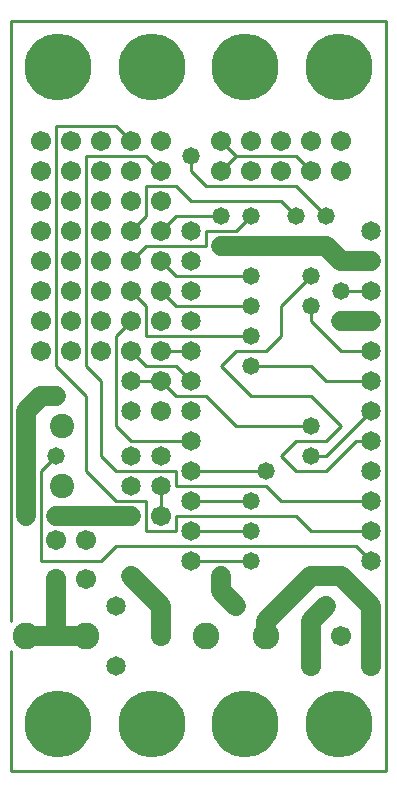
<source format=gtl>
%MOIN*%
%FSLAX25Y25*%
G04 D10 used for Character Trace; *
G04     Circle (OD=.01000) (No hole)*
G04 D11 used for Power Trace; *
G04     Circle (OD=.06700) (No hole)*
G04 D12 used for Signal Trace; *
G04     Circle (OD=.01100) (No hole)*
G04 D13 used for Via; *
G04     Circle (OD=.05800) (Round. Hole ID=.02800)*
G04 D14 used for Component hole; *
G04     Circle (OD=.06500) (Round. Hole ID=.03500)*
G04 D15 used for Component hole; *
G04     Circle (OD=.06700) (Round. Hole ID=.04300)*
G04 D16 used for Component hole; *
G04     Circle (OD=.08100) (Round. Hole ID=.05100)*
G04 D17 used for Component hole; *
G04     Circle (OD=.08900) (Round. Hole ID=.05900)*
G04 D18 used for Component hole; *
G04     Circle (OD=.11300) (Round. Hole ID=.08300)*
G04 D19 used for Component hole; *
G04     Circle (OD=.16000) (Round. Hole ID=.13000)*
G04 D20 used for Component hole; *
G04     Circle (OD=.18300) (Round. Hole ID=.15300)*
G04 D21 used for Component hole; *
G04     Circle (OD=.22291) (Round. Hole ID=.19291)*
%ADD10C,.01000*%
%ADD11C,.06700*%
%ADD12C,.01100*%
%ADD13C,.05800*%
%ADD14C,.06500*%
%ADD15C,.06700*%
%ADD16C,.08100*%
%ADD17C,.08900*%
%ADD18C,.11300*%
%ADD19C,.16000*%
%ADD20C,.18300*%
%ADD21C,.22291*%
%IPPOS*%
%LPD*%
G90*X0Y0D02*D21*X15625Y15625D03*D14*              
X35000Y35000D03*D12*X0Y0D02*Y40000D01*Y0D02*      
X125000D01*Y250000D01*X0D01*Y50000D01*D17*        
X5000Y45000D03*D11*X15000D01*X25000D01*D17*D03*   
D14*X35000Y55000D03*D11*X15000Y45000D02*Y63700D01*
D15*D03*D12*X10000Y70000D02*X30000D01*            
X35000Y75000D01*X115000D01*X120000Y70000D01*D14*  
D03*Y80000D03*D12*X100000D01*X95000Y85000D01*     
X55000D01*Y80000D01*X45000D01*Y90000D01*X35000D01*
X25000Y100000D01*Y125000D01*X15000Y135000D01*     
Y215000D01*X35000D01*X40000Y210000D01*D15*D03*D12*
X50000Y200000D02*X45000Y205000D01*D15*            
X50000Y200000D03*D12*X60000Y190000D02*            
X55000Y195000D01*X60000Y190000D02*X90000D01*      
X95000Y185000D01*D13*D03*D11*X110000Y170000D02*   
X105000Y175000D01*D13*X110000Y170000D03*D11*      
X120000D01*D14*D03*D13*X110000Y160000D03*D12*     
X120000D01*D14*D03*D13*X110000Y150000D03*D11*     
X120000D01*D14*D03*D12*X110000Y140000D02*         
X120000D01*D14*D03*D12*X110000D02*                
X100000Y150000D01*Y155000D01*D13*D03*D12*         
X85000Y140000D02*X90000Y145000D01*                
X75000Y140000D02*X85000D01*X70000Y135000D02*      
X75000Y140000D01*X80000Y125000D02*                
X70000Y135000D01*X80000Y125000D02*X100000D01*     
X110000Y115000D01*X105000Y110000D01*X95000D01*    
X90000Y105000D01*X95000Y100000D01*X105000D01*     
X115000Y110000D01*X120000D01*D14*D03*Y120000D03*  
D12*X105000Y105000D01*X100000D01*D13*D03*         
Y115000D03*D12*X75000D01*X65000Y125000D01*        
X55000D01*X50000Y130000D01*D15*D03*D12*X40000D01* 
D14*D03*D12*X45000Y135000D02*X55000D01*           
X60000Y130000D01*D14*D03*D15*X50000Y140000D03*D12*
X60000D01*D14*D03*D15*X50000Y150000D03*D14*       
X60000D03*D12*X45000Y145000D02*Y155000D01*        
Y145000D02*X80000D01*D13*D03*D12*X90000D02*       
Y155000D01*X105000Y130000D02*X100000Y135000D01*   
X105000Y130000D02*X120000D01*D14*D03*D12*         
X80000Y135000D02*X100000D01*D13*X80000D03*D12*    
X90000Y155000D02*X100000Y165000D01*D13*D03*D11*   
X70000Y175000D02*X105000D01*D13*X70000D03*D12*    
X65000Y180000D02*X75000D01*X65000Y175000D02*      
Y180000D01*X45000Y175000D02*X65000D01*            
X40000Y170000D02*X45000Y175000D01*D15*            
X40000Y170000D03*X50000Y160000D03*D12*            
X55000Y155000D01*X80000D01*D13*D03*Y165000D03*D12*
X55000D01*X50000Y170000D01*D15*D03*D14*           
X60000Y160000D03*Y180000D03*D15*X40000D03*D12*    
X45000Y185000D01*Y195000D01*X55000D01*X65000D02*  
X60000Y200000D01*X65000Y195000D02*X95000D01*      
X105000Y185000D01*D13*D03*D15*X90000Y200000D03*   
D14*X120000Y180000D03*D15*X110000Y200000D03*      
X100000D03*D12*X95000Y205000D01*X75000D01*        
X70000Y200000D01*D15*D03*D12*X75000Y205000D02*    
X70000Y210000D01*D15*D03*X80000Y200000D03*D12*    
X60000D02*Y205000D01*D13*D03*D15*X50000Y210000D03*
Y190000D03*D12*X25000Y205000D02*X45000D01*        
X25000Y135000D02*Y205000D01*X30000Y130000D02*     
X25000Y135000D01*X30000Y105000D02*Y130000D01*     
X35000Y100000D02*X30000Y105000D01*                
X35000Y100000D02*X55000D01*Y95000D01*X85000D01*   
X90000Y90000D01*X120000D01*D14*D03*Y100000D03*D11*
X85000Y50000D02*X100000Y65000D01*X85000Y45000D02* 
Y50000D01*D17*Y45000D03*D13*X75000Y55000D03*D11*  
X70000Y60000D01*Y65000D01*D13*D03*D14*            
X60000Y70000D03*D12*X80000D01*D13*D03*Y80000D03*  
D12*X60000D01*D14*D03*D15*X50000Y85000D03*D12*    
Y95000D01*D14*D03*X40000Y105000D03*Y85000D03*D11* 
X15000D01*D13*D03*D15*X25000Y76700D03*D16*        
X17000Y95000D03*D13*X5000Y85000D03*D11*Y120000D01*
X10000Y125000D01*X15000D01*D13*D03*D16*           
X17000Y115000D03*D15*X30000Y140000D03*X20000D03*  
X10000D03*D12*X35000Y115000D02*Y145000D01*        
X40000Y110000D02*X35000Y115000D01*                
X40000Y110000D02*X60000D01*D14*D03*D15*           
X50000Y120000D03*D14*X60000D03*Y100000D03*D12*    
X85000D01*D13*D03*X80000Y90000D03*D12*X60000D01*  
D14*D03*X50000Y105000D03*X40000Y95000D03*         
Y65000D03*D11*X50000Y55000D01*Y45000D01*D15*D03*  
D17*X65000D03*D15*X25000Y63700D03*D21*            
X78125Y15625D03*X46875D03*D15*X15000Y76700D03*D12*
X10000Y70000D02*Y100000D01*X15000Y105000D01*D13*  
D03*D14*X40000Y120000D03*D12*X45000Y135000D02*    
X40000Y140000D01*D15*D03*D12*X35000Y145000D02*    
X40000Y150000D01*D15*D03*D12*X45000Y155000D02*    
X40000Y160000D01*D15*D03*X30000Y170000D03*        
Y150000D03*Y160000D03*X20000Y180000D03*X50000D03* 
D12*X55000Y185000D01*X70000D01*D13*D03*D12*       
X75000Y180000D02*X80000Y185000D01*D13*D03*D14*    
X60000Y170000D03*D15*X100000Y210000D03*X90000D03* 
X80000D03*X110000D03*X40000Y200000D03*Y190000D03* 
D21*X109375Y234375D03*D15*X30000Y210000D03*       
Y200000D03*Y190000D03*D21*X78125Y234375D03*D15*   
X30000Y180000D03*D21*X46875Y234375D03*D15*        
X20000Y210000D03*Y200000D03*Y190000D03*Y170000D03*
Y160000D03*Y150000D03*D21*X15625Y234375D03*D15*   
X10000Y210000D03*Y200000D03*Y190000D03*Y180000D03*
Y170000D03*Y160000D03*Y150000D03*D11*             
X100000Y65000D02*X110000D01*X120000Y55000D01*     
Y35000D01*D15*D03*X110000Y45000D03*D11*           
X100000Y35000D02*Y50000D01*D15*Y35000D03*D11*     
Y50000D02*X105000Y55000D01*D13*D03*D21*           
X109375Y15625D03*M02*                             

</source>
